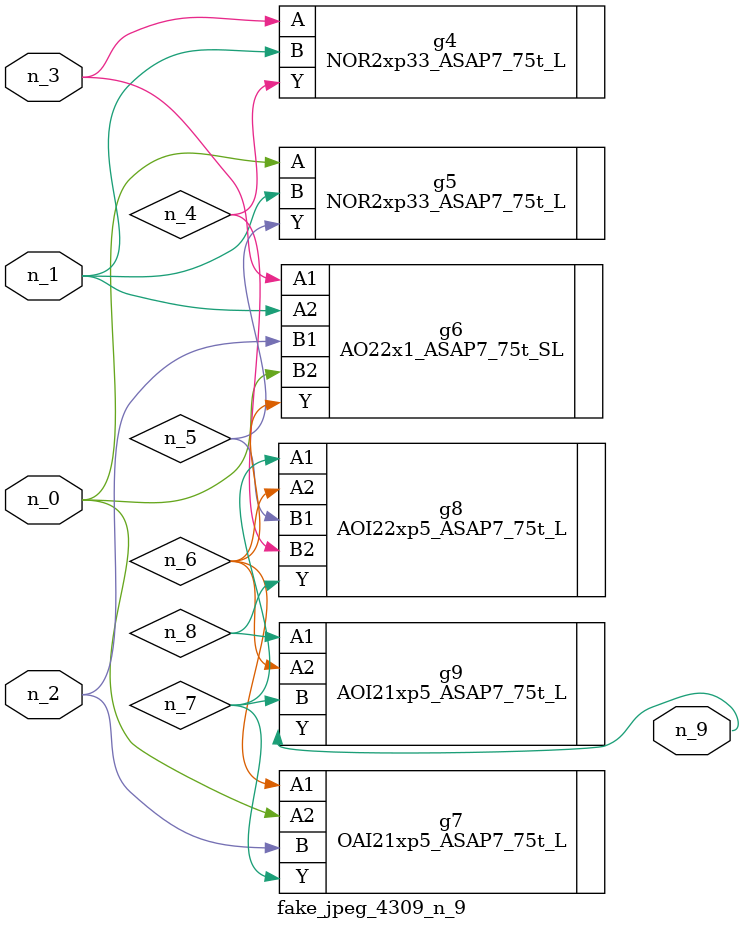
<source format=v>
module fake_jpeg_4309_n_9 (n_0, n_3, n_2, n_1, n_9);

input n_0;
input n_3;
input n_2;
input n_1;

output n_9;

wire n_4;
wire n_8;
wire n_6;
wire n_5;
wire n_7;

NOR2xp33_ASAP7_75t_L g4 ( 
.A(n_3),
.B(n_1),
.Y(n_4)
);

NOR2xp33_ASAP7_75t_L g5 ( 
.A(n_0),
.B(n_1),
.Y(n_5)
);

AO22x1_ASAP7_75t_SL g6 ( 
.A1(n_3),
.A2(n_1),
.B1(n_2),
.B2(n_0),
.Y(n_6)
);

OAI21xp5_ASAP7_75t_L g7 ( 
.A1(n_6),
.A2(n_0),
.B(n_2),
.Y(n_7)
);

AOI22xp5_ASAP7_75t_L g8 ( 
.A1(n_7),
.A2(n_6),
.B1(n_5),
.B2(n_4),
.Y(n_8)
);

AOI21xp5_ASAP7_75t_L g9 ( 
.A1(n_8),
.A2(n_6),
.B(n_7),
.Y(n_9)
);


endmodule
</source>
